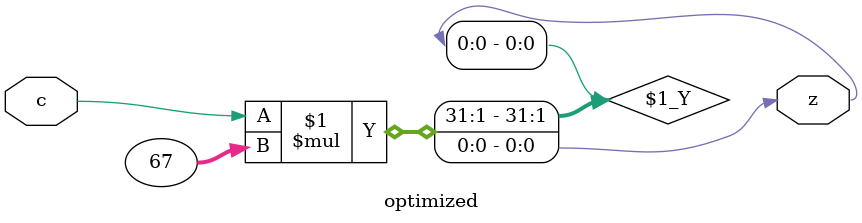
<source format=v>
module optimized
#(  parameter       BW = 64)
(
    input c,
    output z
);
    assign z = c * 67;
endmodule

</source>
